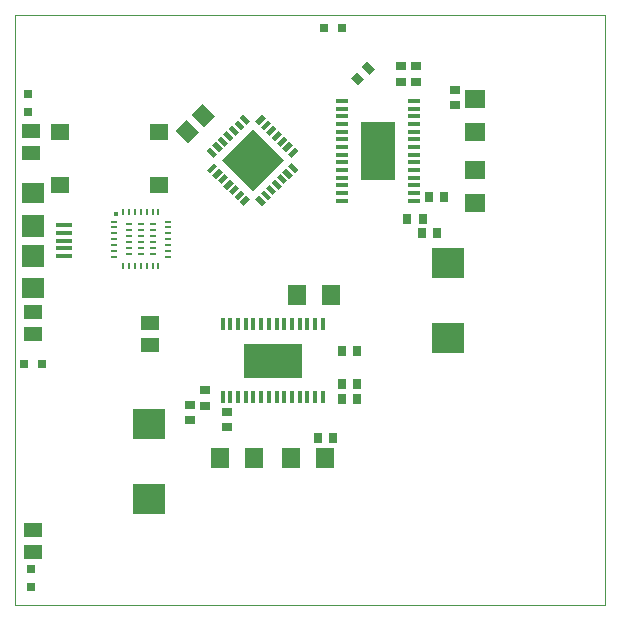
<source format=gtp>
G75*
%MOIN*%
%OFA0B0*%
%FSLAX25Y25*%
%IPPOS*%
%LPD*%
%AMOC8*
5,1,8,0,0,1.08239X$1,22.5*
%
%ADD10C,0.00000*%
%ADD11R,0.01378X0.03937*%
%ADD12R,0.19685X0.11811*%
%ADD13R,0.06299X0.07098*%
%ADD14R,0.03543X0.02756*%
%ADD15R,0.02756X0.03543*%
%ADD16R,0.10630X0.10039*%
%ADD17R,0.03937X0.01378*%
%ADD18R,0.11811X0.19685*%
%ADD19R,0.07098X0.06299*%
%ADD20R,0.03150X0.03150*%
%ADD21R,0.05118X0.05906*%
%ADD22R,0.06300X0.05512*%
%ADD23R,0.05906X0.05118*%
%ADD24R,0.01700X0.03200*%
%ADD25R,0.14600X0.14600*%
%ADD26R,0.02205X0.01024*%
%ADD27R,0.01024X0.02205*%
%ADD28R,0.01575X0.01575*%
%ADD29R,0.05512X0.01378*%
%ADD30R,0.07480X0.07087*%
%ADD31R,0.07480X0.07480*%
D10*
X0034331Y0035000D02*
X0034331Y0231850D01*
X0231181Y0231850D01*
X0231181Y0035000D01*
X0034331Y0035000D01*
D11*
X0103669Y0104270D03*
X0106228Y0104270D03*
X0108787Y0104270D03*
X0111346Y0104270D03*
X0113906Y0104270D03*
X0116465Y0104270D03*
X0119024Y0104270D03*
X0121583Y0104270D03*
X0124142Y0104270D03*
X0126701Y0104270D03*
X0129260Y0104270D03*
X0131819Y0104270D03*
X0134378Y0104270D03*
X0136937Y0104270D03*
X0136937Y0128581D03*
X0134378Y0128581D03*
X0131819Y0128581D03*
X0129260Y0128581D03*
X0126701Y0128581D03*
X0124142Y0128581D03*
X0121583Y0128581D03*
X0119024Y0128581D03*
X0116465Y0128581D03*
X0113906Y0128581D03*
X0111346Y0128581D03*
X0108787Y0128581D03*
X0106228Y0128581D03*
X0103669Y0128581D03*
D12*
X0120303Y0116425D03*
D13*
X0128500Y0138516D03*
X0139697Y0138516D03*
X0137697Y0083945D03*
X0126500Y0083945D03*
X0114059Y0083945D03*
X0102862Y0083945D03*
D14*
X0105039Y0094295D03*
X0105039Y0099413D03*
X0097697Y0101492D03*
X0092839Y0101720D03*
X0092839Y0096602D03*
X0097697Y0106610D03*
X0180996Y0201583D03*
X0180996Y0206701D03*
X0168169Y0209535D03*
X0163091Y0209535D03*
X0163091Y0214654D03*
X0168169Y0214654D03*
D15*
G36*
X0149914Y0214386D02*
X0151863Y0216335D01*
X0154366Y0213832D01*
X0152417Y0211883D01*
X0149914Y0214386D01*
G37*
G36*
X0146295Y0210767D02*
X0148244Y0212716D01*
X0150747Y0210213D01*
X0148798Y0208264D01*
X0146295Y0210767D01*
G37*
X0172417Y0171209D03*
X0177535Y0171209D03*
X0170339Y0163866D03*
X0170110Y0159008D03*
X0175228Y0159008D03*
X0165220Y0163866D03*
X0148531Y0119642D03*
X0143413Y0119642D03*
X0143366Y0108740D03*
X0143366Y0103661D03*
X0148484Y0103661D03*
X0148484Y0108740D03*
X0140531Y0090835D03*
X0135413Y0090835D03*
D16*
X0178587Y0124016D03*
X0178587Y0148976D03*
X0079087Y0095476D03*
X0079087Y0070516D03*
D17*
X0143250Y0169839D03*
X0143250Y0172398D03*
X0143250Y0174957D03*
X0143250Y0177516D03*
X0143250Y0180075D03*
X0143250Y0182634D03*
X0143250Y0185193D03*
X0143250Y0187752D03*
X0143250Y0190311D03*
X0143250Y0192870D03*
X0143250Y0195429D03*
X0143250Y0197988D03*
X0143250Y0200547D03*
X0143250Y0203106D03*
X0167561Y0203106D03*
X0167561Y0200547D03*
X0167561Y0197988D03*
X0167561Y0195429D03*
X0167561Y0192870D03*
X0167561Y0190311D03*
X0167561Y0187752D03*
X0167561Y0185193D03*
X0167561Y0182634D03*
X0167561Y0180075D03*
X0167561Y0177516D03*
X0167561Y0174957D03*
X0167561Y0172398D03*
X0167561Y0169839D03*
D18*
X0155406Y0186472D03*
D19*
X0187886Y0192669D03*
X0187886Y0203866D03*
X0187886Y0180228D03*
X0187886Y0169031D03*
D20*
X0143283Y0227500D03*
X0137378Y0227500D03*
X0038831Y0205453D03*
X0038831Y0199547D03*
X0037378Y0115500D03*
X0043283Y0115500D03*
X0039831Y0046953D03*
X0039831Y0041047D03*
D21*
G36*
X0087935Y0193194D02*
X0091554Y0196813D01*
X0095729Y0192638D01*
X0092110Y0189019D01*
X0087935Y0193194D01*
G37*
G36*
X0093225Y0198483D02*
X0096844Y0202102D01*
X0101019Y0197927D01*
X0097400Y0194308D01*
X0093225Y0198483D01*
G37*
D22*
X0082366Y0192858D03*
X0082366Y0175142D03*
X0049295Y0175142D03*
X0049295Y0192858D03*
D23*
X0039831Y0193240D03*
X0039831Y0185760D03*
X0040331Y0132740D03*
X0040331Y0125260D03*
X0079331Y0121760D03*
X0079331Y0129240D03*
X0040331Y0060240D03*
X0040331Y0052760D03*
D24*
G36*
X0110452Y0168116D02*
X0109250Y0169318D01*
X0111512Y0171580D01*
X0112714Y0170378D01*
X0110452Y0168116D01*
G37*
G36*
X0108614Y0169954D02*
X0107412Y0171156D01*
X0109674Y0173418D01*
X0110876Y0172216D01*
X0108614Y0169954D01*
G37*
G36*
X0106846Y0171722D02*
X0105644Y0172924D01*
X0107906Y0175186D01*
X0109108Y0173984D01*
X0106846Y0171722D01*
G37*
G36*
X0105007Y0173561D02*
X0103805Y0174763D01*
X0106067Y0177025D01*
X0107269Y0175823D01*
X0105007Y0173561D01*
G37*
G36*
X0103169Y0175399D02*
X0101967Y0176601D01*
X0104229Y0178863D01*
X0105431Y0177661D01*
X0103169Y0175399D01*
G37*
G36*
X0101401Y0177167D02*
X0100199Y0178369D01*
X0102461Y0180631D01*
X0103663Y0179429D01*
X0101401Y0177167D01*
G37*
G36*
X0099563Y0179005D02*
X0098361Y0180207D01*
X0100623Y0182469D01*
X0101825Y0181267D01*
X0099563Y0179005D01*
G37*
G36*
X0098361Y0186500D02*
X0099563Y0187702D01*
X0101825Y0185440D01*
X0100623Y0184238D01*
X0098361Y0186500D01*
G37*
G36*
X0100199Y0188338D02*
X0101401Y0189540D01*
X0103663Y0187278D01*
X0102461Y0186076D01*
X0100199Y0188338D01*
G37*
G36*
X0101967Y0190106D02*
X0103169Y0191308D01*
X0105431Y0189046D01*
X0104229Y0187844D01*
X0101967Y0190106D01*
G37*
G36*
X0103805Y0191945D02*
X0105007Y0193147D01*
X0107269Y0190885D01*
X0106067Y0189683D01*
X0103805Y0191945D01*
G37*
G36*
X0105644Y0193783D02*
X0106846Y0194985D01*
X0109108Y0192723D01*
X0107906Y0191521D01*
X0105644Y0193783D01*
G37*
G36*
X0107412Y0195551D02*
X0108614Y0196753D01*
X0110876Y0194491D01*
X0109674Y0193289D01*
X0107412Y0195551D01*
G37*
G36*
X0109250Y0197389D02*
X0110452Y0198591D01*
X0112714Y0196329D01*
X0111512Y0195127D01*
X0109250Y0197389D01*
G37*
G36*
X0115685Y0195127D02*
X0114483Y0196329D01*
X0116745Y0198591D01*
X0117947Y0197389D01*
X0115685Y0195127D01*
G37*
G36*
X0117523Y0193289D02*
X0116321Y0194491D01*
X0118583Y0196753D01*
X0119785Y0195551D01*
X0117523Y0193289D01*
G37*
G36*
X0119291Y0191521D02*
X0118089Y0192723D01*
X0120351Y0194985D01*
X0121553Y0193783D01*
X0119291Y0191521D01*
G37*
G36*
X0121129Y0189683D02*
X0119927Y0190885D01*
X0122189Y0193147D01*
X0123391Y0191945D01*
X0121129Y0189683D01*
G37*
G36*
X0122968Y0187844D02*
X0121766Y0189046D01*
X0124028Y0191308D01*
X0125230Y0190106D01*
X0122968Y0187844D01*
G37*
G36*
X0124736Y0186076D02*
X0123534Y0187278D01*
X0125796Y0189540D01*
X0126998Y0188338D01*
X0124736Y0186076D01*
G37*
G36*
X0126574Y0184238D02*
X0125372Y0185440D01*
X0127634Y0187702D01*
X0128836Y0186500D01*
X0126574Y0184238D01*
G37*
G36*
X0125372Y0181267D02*
X0126574Y0182469D01*
X0128836Y0180207D01*
X0127634Y0179005D01*
X0125372Y0181267D01*
G37*
G36*
X0123534Y0179429D02*
X0124736Y0180631D01*
X0126998Y0178369D01*
X0125796Y0177167D01*
X0123534Y0179429D01*
G37*
G36*
X0121766Y0177661D02*
X0122968Y0178863D01*
X0125230Y0176601D01*
X0124028Y0175399D01*
X0121766Y0177661D01*
G37*
G36*
X0119927Y0175823D02*
X0121129Y0177025D01*
X0123391Y0174763D01*
X0122189Y0173561D01*
X0119927Y0175823D01*
G37*
G36*
X0118089Y0173984D02*
X0119291Y0175186D01*
X0121553Y0172924D01*
X0120351Y0171722D01*
X0118089Y0173984D01*
G37*
G36*
X0116321Y0172216D02*
X0117523Y0173418D01*
X0119785Y0171156D01*
X0118583Y0169954D01*
X0116321Y0172216D01*
G37*
G36*
X0114483Y0170378D02*
X0115685Y0171580D01*
X0117947Y0169318D01*
X0116745Y0168116D01*
X0114483Y0170378D01*
G37*
D25*
G36*
X0123921Y0183354D02*
X0113598Y0173031D01*
X0103275Y0183354D01*
X0113598Y0193677D01*
X0123921Y0183354D01*
G37*
D26*
X0085386Y0162906D03*
X0085386Y0160937D03*
X0085386Y0158969D03*
X0085386Y0157000D03*
X0085386Y0155031D03*
X0085386Y0153063D03*
X0085386Y0151094D03*
X0080268Y0152079D03*
X0080268Y0154047D03*
X0080268Y0156016D03*
X0080268Y0157984D03*
X0080268Y0159953D03*
X0080268Y0161921D03*
X0076331Y0161921D03*
X0076331Y0159953D03*
X0076331Y0157984D03*
X0076331Y0156016D03*
X0076331Y0154047D03*
X0076331Y0152079D03*
X0072394Y0152079D03*
X0072394Y0154047D03*
X0072394Y0156016D03*
X0072394Y0157984D03*
X0072394Y0159953D03*
X0072394Y0161921D03*
X0067276Y0160937D03*
X0067276Y0158969D03*
X0067276Y0157000D03*
X0067276Y0155031D03*
X0067276Y0153063D03*
X0067276Y0151094D03*
X0067276Y0162906D03*
D27*
X0070425Y0166055D03*
X0072394Y0166055D03*
X0074362Y0166055D03*
X0076331Y0166055D03*
X0078299Y0166055D03*
X0080268Y0166055D03*
X0082236Y0166055D03*
X0082236Y0147945D03*
X0080268Y0147945D03*
X0078299Y0147945D03*
X0076331Y0147945D03*
X0074362Y0147945D03*
X0072394Y0147945D03*
X0070425Y0147945D03*
D28*
X0068063Y0165268D03*
D29*
X0050764Y0161618D03*
X0050764Y0159059D03*
X0050764Y0156500D03*
X0050764Y0153941D03*
X0050764Y0151382D03*
D30*
X0040331Y0140752D03*
X0040331Y0172248D03*
D31*
X0040331Y0161500D03*
X0040331Y0151500D03*
M02*

</source>
